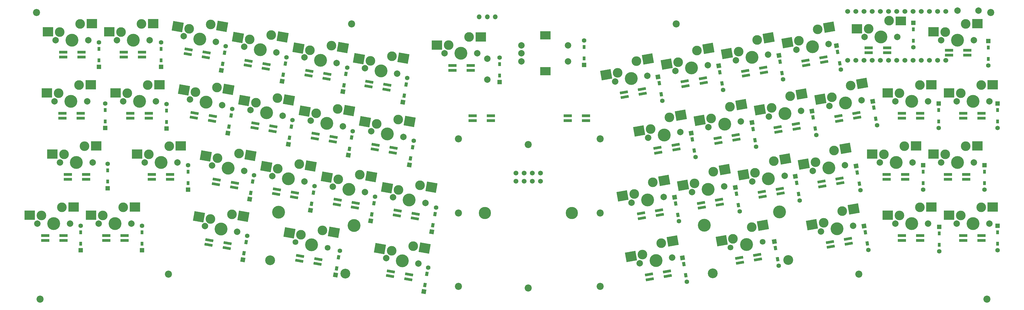
<source format=gbr>
G04 #@! TF.GenerationSoftware,KiCad,Pcbnew,(6.0.0-0)*
G04 #@! TF.CreationDate,2021-12-31T14:24:18+09:00*
G04 #@! TF.ProjectId,aliceball,616c6963-6562-4616-9c6c-2e6b69636164,rev?*
G04 #@! TF.SameCoordinates,Original*
G04 #@! TF.FileFunction,Soldermask,Bot*
G04 #@! TF.FilePolarity,Negative*
%FSLAX46Y46*%
G04 Gerber Fmt 4.6, Leading zero omitted, Abs format (unit mm)*
G04 Created by KiCad (PCBNEW (6.0.0-0)) date 2021-12-31 14:24:18*
%MOMM*%
%LPD*%
G01*
G04 APERTURE LIST*
G04 Aperture macros list*
%AMRotRect*
0 Rectangle, with rotation*
0 The origin of the aperture is its center*
0 $1 length*
0 $2 width*
0 $3 Rotation angle, in degrees counterclockwise*
0 Add horizontal line*
21,1,$1,$2,0,0,$3*%
G04 Aperture macros list end*
%ADD10R,2.500000X0.820000*%
%ADD11RotRect,2.500000X0.820000X170.000000*%
%ADD12RotRect,2.500000X0.820000X190.000000*%
%ADD13C,3.000000*%
%ADD14C,2.000000*%
%ADD15C,4.000000*%
%ADD16R,3.300000X3.000000*%
%ADD17C,1.800000*%
%ADD18C,3.050000*%
%ADD19RotRect,3.300000X3.000000X170.000000*%
%ADD20R,3.200000X2.500000*%
%ADD21O,1.500000X1.500000*%
%ADD22C,2.200000*%
%ADD23R,0.950000X1.300000*%
%ADD24R,1.397000X1.397000*%
%ADD25C,1.397000*%
%ADD26RotRect,1.300000X0.950000X280.000000*%
%ADD27RotRect,1.397000X1.397000X280.000000*%
%ADD28RotRect,1.300000X0.950000X80.000000*%
%ADD29RotRect,1.397000X1.397000X80.000000*%
%ADD30RotRect,3.300000X3.000000X190.000000*%
%ADD31C,3.810000*%
%ADD32C,1.500000*%
%ADD33R,3.300000X2.800000*%
%ADD34C,1.524000*%
G04 APERTURE END LIST*
D10*
X31554500Y-35230500D03*
X37254500Y-35230500D03*
X37254500Y-33730500D03*
X31554500Y-33730500D03*
D11*
X104886061Y-98732208D03*
X110499466Y-99722003D03*
X110759939Y-98244792D03*
X105146534Y-97254997D03*
D12*
X216398534Y-65051003D03*
X222011939Y-64061208D03*
X221751466Y-62583997D03*
X216138061Y-63573792D03*
D10*
X32964000Y-73330500D03*
X38664000Y-73330500D03*
X38664000Y-71830500D03*
X32964000Y-71830500D03*
D12*
X243640034Y-41048003D03*
X249253439Y-40058208D03*
X248992966Y-38580997D03*
X243379561Y-39570792D03*
X211255034Y-85434503D03*
X216868439Y-84444708D03*
X216607966Y-82967497D03*
X210994561Y-83957292D03*
D10*
X59062500Y-73330500D03*
X64762500Y-73330500D03*
X64762500Y-71830500D03*
X59062500Y-71830500D03*
D11*
X76692061Y-93779208D03*
X82305466Y-94769003D03*
X82565939Y-93291792D03*
X76952534Y-92301997D03*
D12*
X248783534Y-78767003D03*
X254396939Y-77777208D03*
X254136466Y-76299997D03*
X248523061Y-77289792D03*
D11*
X109648561Y-60632208D03*
X115261966Y-61622003D03*
X115522439Y-60144792D03*
X109909034Y-59154997D03*
X133080061Y-103494708D03*
X138693466Y-104484503D03*
X138953939Y-103007292D03*
X133340534Y-102017497D03*
D10*
X158694000Y-55042500D03*
X164394000Y-55042500D03*
X164394000Y-53542500D03*
X158694000Y-53542500D03*
D12*
X262309034Y-37809503D03*
X267922439Y-36819708D03*
X267661966Y-35342497D03*
X262048561Y-36332292D03*
D11*
X116506561Y-81206208D03*
X122119966Y-82196003D03*
X122380439Y-80718792D03*
X116767034Y-79728997D03*
D12*
X269929034Y-94388003D03*
X275542439Y-93398208D03*
X275281966Y-91920997D03*
X269668561Y-92910792D03*
D10*
X311094000Y-54280500D03*
X316794000Y-54280500D03*
X316794000Y-52780500D03*
X311094000Y-52780500D03*
X281757000Y-33897000D03*
X287457000Y-33897000D03*
X287457000Y-32397000D03*
X281757000Y-32397000D03*
X311094000Y-92380500D03*
X316794000Y-92380500D03*
X316794000Y-90880500D03*
X311094000Y-90880500D03*
D11*
X135135980Y-84595458D03*
X140749385Y-85585253D03*
X141009858Y-84108042D03*
X135396453Y-83118247D03*
D10*
X31249500Y-54280500D03*
X36949500Y-54280500D03*
X36949500Y-52780500D03*
X31249500Y-52780500D03*
X287357500Y-73330500D03*
X293057500Y-73330500D03*
X293057500Y-71830500D03*
X287357500Y-71830500D03*
X52395000Y-54280500D03*
X58095000Y-54280500D03*
X58095000Y-52780500D03*
X52395000Y-52780500D03*
D11*
X97647061Y-77967708D03*
X103260466Y-78957503D03*
X103520939Y-77480292D03*
X97907534Y-76490497D03*
D12*
X235067534Y-62003003D03*
X240680939Y-61013208D03*
X240420466Y-59535997D03*
X234807061Y-60525792D03*
X253736534Y-58574003D03*
X259349939Y-57584208D03*
X259089466Y-56106997D03*
X253476061Y-57096792D03*
D10*
X188221500Y-55042500D03*
X193921500Y-55042500D03*
X193921500Y-53542500D03*
X188221500Y-53542500D03*
X44889500Y-92380500D03*
X50589500Y-92380500D03*
X50589500Y-90880500D03*
X44889500Y-90880500D03*
X25915500Y-92380500D03*
X31615500Y-92380500D03*
X31615500Y-90880500D03*
X25915500Y-90880500D03*
D12*
X224862506Y-44286503D03*
X230475911Y-43296708D03*
X230215438Y-41819497D03*
X224602033Y-42809292D03*
D11*
X107743561Y-41010708D03*
X113356966Y-42000503D03*
X113617439Y-40523292D03*
X108004034Y-39533497D03*
X128317561Y-64061208D03*
X133930966Y-65051003D03*
X134191439Y-63573792D03*
X128578034Y-62583997D03*
D10*
X292044000Y-54280500D03*
X297744000Y-54280500D03*
X297744000Y-52780500D03*
X292044000Y-52780500D03*
D12*
X241735034Y-99341003D03*
X247348439Y-98351208D03*
X247087966Y-96873997D03*
X241474561Y-97863792D03*
D10*
X152407500Y-39421500D03*
X158107500Y-39421500D03*
X158107500Y-37921500D03*
X152407500Y-37921500D03*
D11*
X88844480Y-37922958D03*
X94457885Y-38912753D03*
X94718358Y-37435542D03*
X89104953Y-36445747D03*
D10*
X292044000Y-92380500D03*
X297744000Y-92380500D03*
X297744000Y-90880500D03*
X292044000Y-90880500D03*
D12*
X272596034Y-55145003D03*
X278209439Y-54155208D03*
X277948966Y-52677997D03*
X272335561Y-53667792D03*
X213731534Y-104484503D03*
X219344939Y-103494708D03*
X219084466Y-102017497D03*
X213471061Y-103007292D03*
D11*
X70215061Y-34343208D03*
X75828466Y-35333003D03*
X76088939Y-33855792D03*
X70475534Y-32865997D03*
D10*
X306712500Y-34659000D03*
X312412500Y-34659000D03*
X312412500Y-33159000D03*
X306712500Y-33159000D03*
X50299500Y-35230500D03*
X55999500Y-35230500D03*
X55999500Y-33730500D03*
X50299500Y-33730500D03*
D12*
X205921034Y-47715503D03*
X211534439Y-46725708D03*
X211273966Y-45248497D03*
X205660561Y-46238292D03*
D11*
X72120061Y-54155208D03*
X77733466Y-55145003D03*
X77993939Y-53667792D03*
X72380534Y-52677997D03*
D12*
X267344006Y-75528503D03*
X272957411Y-74538708D03*
X272696938Y-73061497D03*
X267083533Y-74051292D03*
D11*
X78978061Y-74919708D03*
X84591466Y-75909503D03*
X84851939Y-74432292D03*
X79238534Y-73442497D03*
D10*
X306331500Y-73330500D03*
X312031500Y-73330500D03*
X312031500Y-71830500D03*
X306331500Y-71830500D03*
D11*
X90939980Y-57353958D03*
X96553385Y-58343753D03*
X96813858Y-56866542D03*
X91200453Y-55876747D03*
X126372980Y-44399958D03*
X131986385Y-45389753D03*
X132246858Y-43912542D03*
X126633453Y-42922747D03*
D12*
X229924034Y-82196003D03*
X235537439Y-81206208D03*
X235276966Y-79728997D03*
X229663561Y-80718792D03*
D13*
X57785000Y-43941817D03*
D14*
X50165000Y-49021817D03*
D15*
X55245000Y-49021817D03*
D13*
X51435000Y-46481817D03*
D14*
X60325000Y-49021817D03*
D16*
X47795000Y-46441817D03*
X61395000Y-43901817D03*
D15*
X53340000Y-29971817D03*
D14*
X48260000Y-29971817D03*
X58420000Y-29971817D03*
D13*
X55880000Y-24891817D03*
X49530000Y-27431817D03*
D16*
X45890000Y-27391817D03*
X59490000Y-24851817D03*
D15*
X35623500Y-68071817D03*
D14*
X40703500Y-68071817D03*
D13*
X38163500Y-62991817D03*
D14*
X30543500Y-68071817D03*
D13*
X31813500Y-65531817D03*
D16*
X28173500Y-65491817D03*
X41773500Y-62951817D03*
D15*
X34290000Y-29971817D03*
D13*
X36830000Y-24891817D03*
X30480000Y-27431817D03*
D14*
X29210000Y-29971817D03*
X39370000Y-29971817D03*
D16*
X26840000Y-27391817D03*
X40440000Y-24851817D03*
D14*
X28829000Y-49021817D03*
D13*
X30099000Y-46481817D03*
D14*
X38989000Y-49021817D03*
D15*
X33909000Y-49021817D03*
D13*
X36449000Y-43941817D03*
D16*
X26459000Y-46441817D03*
X40059000Y-43901817D03*
D17*
X113701975Y-94683424D03*
D13*
X105388101Y-90638280D03*
D17*
X103696329Y-92919158D03*
D18*
X95764402Y-98628532D03*
D13*
X112082696Y-89239534D03*
D15*
X98410801Y-83620062D03*
X108699152Y-93801291D03*
X121849225Y-87752888D03*
D18*
X119202827Y-102761359D03*
D19*
X101852641Y-90014883D03*
X115588612Y-89857721D03*
D16*
X53775000Y-82001817D03*
X40175000Y-84541817D03*
D15*
X47625000Y-87121817D03*
D14*
X52705000Y-87121817D03*
D13*
X43815000Y-84581817D03*
X50165000Y-82041817D03*
D14*
X42545000Y-87121817D03*
D16*
X68062500Y-62951817D03*
X54462500Y-65491817D03*
D14*
X66992500Y-68071817D03*
D15*
X61912500Y-68071817D03*
D13*
X58102500Y-65531817D03*
X64452500Y-62991817D03*
D14*
X56832500Y-68071817D03*
X78975769Y-30528625D03*
D13*
X70661895Y-26483481D03*
D15*
X73972946Y-29646492D03*
D14*
X68970123Y-28764359D03*
D13*
X77356490Y-25084735D03*
D19*
X67084141Y-25812009D03*
X80918592Y-25672213D03*
D15*
X28575000Y-87121817D03*
D13*
X24765000Y-84581817D03*
X31115000Y-82041817D03*
D14*
X23495000Y-87121817D03*
X33655000Y-87121817D03*
D16*
X21125000Y-84541817D03*
X34725000Y-82001817D03*
D13*
X89422482Y-29791479D03*
D15*
X92733533Y-32954490D03*
D13*
X96117077Y-28392733D03*
D14*
X87730710Y-32072357D03*
X97736356Y-33836623D03*
D19*
X85844728Y-29120007D03*
X99679179Y-28980211D03*
D14*
X141842855Y-99645420D03*
X131837209Y-97881154D03*
D13*
X140223576Y-94201530D03*
D15*
X136840032Y-98763287D03*
D13*
X133528981Y-95600276D03*
D19*
X129951227Y-94928804D03*
X143785678Y-94789008D03*
D13*
X108183070Y-33099477D03*
D14*
X106491298Y-35380355D03*
X116496944Y-37144621D03*
D13*
X114877665Y-31700731D03*
D15*
X111494121Y-36262488D03*
D19*
X104605316Y-32428005D03*
X118439767Y-32288209D03*
D13*
X133638253Y-35008730D03*
D14*
X125251886Y-38688354D03*
X135257532Y-40452620D03*
D15*
X130254709Y-39570487D03*
D13*
X126943658Y-36407476D03*
D19*
X123365904Y-35736004D03*
X137200355Y-35596208D03*
D14*
X173856000Y-31599500D03*
X173856000Y-36599500D03*
X173856000Y-34099500D03*
D20*
X181356000Y-28499500D03*
X181356000Y-39699500D03*
D14*
X188356000Y-36599500D03*
X188356000Y-31599500D03*
D13*
X310324500Y-84581817D03*
D14*
X309054500Y-87121817D03*
X319214500Y-87121817D03*
D13*
X316674500Y-82041817D03*
D15*
X314134500Y-87121817D03*
D16*
X306684500Y-84541817D03*
X320284500Y-82001817D03*
D15*
X314134500Y-49021817D03*
D14*
X309054500Y-49021817D03*
D13*
X316674500Y-43941817D03*
X310324500Y-46481817D03*
D14*
X319214500Y-49021817D03*
D16*
X306684500Y-46441817D03*
X320284500Y-43901817D03*
D13*
X311912000Y-62991817D03*
X305562000Y-65531817D03*
D14*
X304292000Y-68071817D03*
X314452000Y-68071817D03*
D15*
X309372000Y-68071817D03*
D16*
X301922000Y-65491817D03*
X315522000Y-62951817D03*
D14*
X314452000Y-29971817D03*
D13*
X305562000Y-27431817D03*
X311912000Y-24891817D03*
D15*
X309372000Y-29971817D03*
D14*
X304292000Y-29971817D03*
D16*
X301922000Y-27391817D03*
X315522000Y-24851817D03*
D21*
X163258500Y-22719500D03*
X165758500Y-22719500D03*
X160758500Y-22719500D03*
D22*
X318516000Y-110680500D03*
D23*
X45360000Y-74075000D03*
D24*
X45360000Y-76110000D03*
D23*
X45360000Y-70525000D03*
D25*
X45360000Y-68490000D03*
D23*
X317754000Y-70996000D03*
D24*
X317754000Y-68961000D03*
D25*
X317754000Y-76581000D03*
D23*
X317754000Y-74546000D03*
D26*
X259343274Y-74451966D03*
D27*
X258989900Y-72447882D03*
D26*
X259959726Y-77948034D03*
D25*
X260313100Y-79952118D03*
D24*
X303657000Y-88201500D03*
D23*
X303657000Y-90236500D03*
D25*
X303657000Y-95821500D03*
D23*
X303657000Y-93786500D03*
D22*
X198310500Y-106680000D03*
D28*
X101799774Y-60422034D03*
D29*
X101446400Y-62426118D03*
D25*
X102769600Y-54921882D03*
D28*
X102416226Y-56925966D03*
D14*
X290004500Y-49021817D03*
D13*
X297624500Y-43941817D03*
D15*
X295084500Y-49021817D03*
D13*
X291274500Y-46481817D03*
D14*
X300164500Y-49021817D03*
D16*
X287634500Y-46441817D03*
X301234500Y-43901817D03*
D22*
X23241000Y-21336000D03*
X319659000Y-21336000D03*
D14*
X210649221Y-99541538D03*
D15*
X215652044Y-98659405D03*
D14*
X220654867Y-97777272D03*
D13*
X217271323Y-93215515D03*
X211458860Y-96819593D03*
D30*
X207867214Y-97412280D03*
X220819533Y-92549253D03*
D24*
X167068500Y-43053000D03*
D23*
X167068500Y-41018000D03*
X167068500Y-37468000D03*
D25*
X167068500Y-35433000D03*
D22*
X64198500Y-102870000D03*
D23*
X193357500Y-35684000D03*
D24*
X193357500Y-37719000D03*
D25*
X193357500Y-30099000D03*
D23*
X193357500Y-32134000D03*
D13*
X265183049Y-68002692D03*
D15*
X269376233Y-69842504D03*
D13*
X270995512Y-64398614D03*
D14*
X264373410Y-70724637D03*
X274379056Y-68960371D03*
D30*
X261591403Y-68595379D03*
X274543722Y-63732352D03*
D26*
X245817774Y-57687966D03*
D27*
X245464400Y-55683882D03*
D25*
X246787600Y-63188118D03*
D26*
X246434226Y-61184034D03*
D15*
X264261084Y-32056689D03*
D14*
X259258261Y-32938822D03*
D13*
X265880363Y-26612799D03*
D14*
X269263907Y-31174556D03*
D13*
X260067900Y-30216877D03*
D30*
X256476254Y-30809564D03*
X269428573Y-25946537D03*
D26*
X278202774Y-71213466D03*
D27*
X277849400Y-69209382D03*
D25*
X279172600Y-76713618D03*
D26*
X278819226Y-74709534D03*
D29*
X82704626Y-58963584D03*
D28*
X83058000Y-56959500D03*
X83674452Y-53463432D03*
D25*
X84027826Y-51459348D03*
D26*
X283346274Y-51020466D03*
D27*
X282992900Y-49016382D03*
D25*
X284316100Y-56520618D03*
D26*
X283962726Y-54516534D03*
D29*
X80681900Y-39375618D03*
D28*
X81035274Y-37371534D03*
D25*
X82005100Y-31871382D03*
D28*
X81651726Y-33875466D03*
D29*
X137069900Y-49281618D03*
D28*
X137423274Y-47277534D03*
X138039726Y-43781466D03*
D25*
X138393100Y-41777382D03*
D23*
X70294500Y-74546000D03*
D24*
X70294500Y-76581000D03*
D25*
X70294500Y-68961000D03*
D23*
X70294500Y-70996000D03*
D22*
X221932500Y-24955500D03*
D24*
X61912500Y-38290500D03*
D23*
X61912500Y-36255500D03*
D25*
X61912500Y-30670500D03*
D23*
X61912500Y-32705500D03*
D31*
X162522000Y-83888000D03*
X189522000Y-83888000D03*
D32*
X172212000Y-73918500D03*
X172212000Y-71378500D03*
X174752000Y-73918500D03*
X174752000Y-71378500D03*
X177292000Y-73918500D03*
X177292000Y-71378500D03*
X179832000Y-73918500D03*
X179832000Y-71378500D03*
D13*
X79301456Y-44771563D03*
X72606861Y-46170309D03*
D14*
X70915089Y-48451187D03*
D15*
X75917912Y-49333320D03*
D14*
X80920735Y-50215453D03*
D19*
X69029107Y-45498837D03*
X82863558Y-45359041D03*
D14*
X280479500Y-29019317D03*
D13*
X281749500Y-26479317D03*
D15*
X285559500Y-29019317D03*
D14*
X290639500Y-29019317D03*
D13*
X288099500Y-23939317D03*
D16*
X278109500Y-26439317D03*
D33*
X291709500Y-23999317D03*
D28*
X146376774Y-87663534D03*
D29*
X146023400Y-89667618D03*
D25*
X147346600Y-82163382D03*
D28*
X146993226Y-84167466D03*
D15*
X120261807Y-76496223D03*
D13*
X123645351Y-71934466D03*
D14*
X115258984Y-75614090D03*
X125264630Y-77378356D03*
D13*
X116950756Y-73333212D03*
D19*
X113373002Y-72661740D03*
X127207453Y-72521944D03*
D23*
X44577000Y-55305500D03*
D24*
X44577000Y-57340500D03*
D23*
X44577000Y-51755500D03*
D25*
X44577000Y-49720500D03*
D14*
X309360500Y-20764500D03*
X315860500Y-20764500D03*
D22*
X198310500Y-60769500D03*
D13*
X252234924Y-67706612D03*
D14*
X255618468Y-72268369D03*
D15*
X250615645Y-73150502D03*
D14*
X245612822Y-74032635D03*
D13*
X246422461Y-71310690D03*
D30*
X242830815Y-71903377D03*
X255783134Y-67040350D03*
D13*
X77247219Y-85676283D03*
D15*
X80558270Y-88839294D03*
D13*
X83941814Y-84277537D03*
D14*
X75555447Y-87957161D03*
X85561093Y-89721427D03*
D19*
X73669465Y-85004811D03*
X87503916Y-84865015D03*
D29*
X87349400Y-98430618D03*
D28*
X87702774Y-96426534D03*
D25*
X88672600Y-90926382D03*
D28*
X88319226Y-92930466D03*
D13*
X228359188Y-33228794D03*
X222546725Y-36832872D03*
D14*
X221737086Y-39554817D03*
X231742732Y-37790551D03*
D15*
X226739909Y-38672684D03*
D30*
X218955079Y-37425559D03*
X231907398Y-32562532D03*
D27*
X223937900Y-97784382D03*
D26*
X224291274Y-99788466D03*
D25*
X225261100Y-105288618D03*
D26*
X224907726Y-103284534D03*
D24*
X298704000Y-68961000D03*
D23*
X298704000Y-70996000D03*
X298704000Y-74546000D03*
D25*
X298704000Y-76581000D03*
D29*
X139092626Y-68869584D03*
D28*
X139446000Y-66865500D03*
D25*
X140415826Y-61365348D03*
D28*
X140062452Y-63369432D03*
D22*
X24384000Y-110680500D03*
D24*
X42672000Y-38290500D03*
D23*
X42672000Y-36255500D03*
D25*
X42672000Y-30670500D03*
D23*
X42672000Y-32705500D03*
D27*
X271753400Y-31680882D03*
D26*
X272106774Y-33684966D03*
D25*
X273076600Y-39185118D03*
D26*
X272723226Y-37181034D03*
D13*
X238608603Y-50765423D03*
D14*
X241992147Y-55327180D03*
D15*
X236989324Y-56209313D03*
D14*
X231986501Y-57091446D03*
D13*
X232796140Y-54369501D03*
D30*
X229204494Y-54962188D03*
X242156813Y-50099161D03*
D26*
X252817115Y-94787307D03*
D27*
X252463741Y-92783223D03*
D26*
X253433567Y-98283375D03*
D25*
X253786941Y-100287459D03*
D26*
X254199774Y-36732966D03*
D27*
X253846400Y-34728882D03*
D26*
X254816226Y-40229034D03*
D25*
X255169600Y-42233118D03*
D13*
X270317316Y-47753505D03*
D14*
X279513323Y-48711184D03*
D13*
X276129779Y-44149427D03*
D15*
X274510500Y-49593317D03*
D14*
X269507677Y-50475450D03*
D30*
X266725670Y-48346192D03*
X279677989Y-43483165D03*
D14*
X260752735Y-52019182D03*
D13*
X257369191Y-47457425D03*
X251556728Y-51061503D03*
D15*
X255749912Y-52901315D03*
D14*
X250747089Y-53783448D03*
D30*
X247965082Y-51654190D03*
X260917401Y-46791163D03*
D23*
X303466500Y-51755500D03*
D24*
X303466500Y-49720500D03*
D25*
X303466500Y-57340500D03*
D23*
X303466500Y-55305500D03*
D14*
X276936630Y-87853279D03*
D13*
X267740623Y-86895600D03*
X273553086Y-83291522D03*
D14*
X266930984Y-89617545D03*
D15*
X271933807Y-88735412D03*
D30*
X264148977Y-87488287D03*
X277101296Y-82625260D03*
D13*
X214713749Y-74322607D03*
D14*
X218097293Y-78884364D03*
D13*
X208901286Y-77926685D03*
D15*
X213094470Y-79766497D03*
D14*
X208091647Y-80648630D03*
D30*
X205309640Y-78519372D03*
X218261959Y-73656345D03*
D15*
X132199675Y-59257313D03*
D13*
X128888624Y-56094302D03*
X135583219Y-54695556D03*
D14*
X127196852Y-58375180D03*
X137202498Y-60139446D03*
D19*
X125310870Y-55422830D03*
X139145321Y-55283034D03*
D15*
X113439087Y-55949315D03*
D13*
X116822631Y-51387558D03*
D14*
X118441910Y-56831448D03*
X108436264Y-55067182D03*
D13*
X110128036Y-52786304D03*
D19*
X106550282Y-52114832D03*
X120384733Y-51975036D03*
D28*
X143900274Y-106332534D03*
D29*
X143546900Y-108336618D03*
D28*
X144516726Y-102836466D03*
D25*
X144870100Y-100832382D03*
D24*
X36957000Y-95440500D03*
D23*
X36957000Y-93405500D03*
D25*
X36957000Y-87820500D03*
D23*
X36957000Y-89855500D03*
X63627000Y-55496000D03*
D24*
X63627000Y-57531000D03*
D25*
X63627000Y-49911000D03*
D23*
X63627000Y-51946000D03*
X318897000Y-32324500D03*
D24*
X318897000Y-30289500D03*
D25*
X318897000Y-37909500D03*
D23*
X318897000Y-35874500D03*
D13*
X286512000Y-65531817D03*
D15*
X290322000Y-68071817D03*
D13*
X292862000Y-62991817D03*
D14*
X285242000Y-68071817D03*
X295402000Y-68071817D03*
D16*
X282872000Y-65491817D03*
X296472000Y-62951817D03*
D27*
X216317900Y-41396382D03*
D26*
X216671274Y-43400466D03*
D25*
X217641100Y-48900618D03*
D26*
X217287726Y-46896534D03*
D14*
X96498396Y-72306092D03*
X106504042Y-74070358D03*
D13*
X104884763Y-68626468D03*
D15*
X101501219Y-73188225D03*
D13*
X98190168Y-70025214D03*
D19*
X94612414Y-69353742D03*
X108446865Y-69213946D03*
D23*
X56007000Y-93405500D03*
D24*
X56007000Y-95440500D03*
D25*
X56007000Y-87820500D03*
D23*
X56007000Y-89855500D03*
D28*
X120468774Y-63851034D03*
D29*
X120115400Y-65855118D03*
D25*
X121438600Y-58350882D03*
D28*
X121085226Y-60354966D03*
D13*
X142405939Y-75242462D03*
D15*
X139022395Y-79804219D03*
D14*
X144025218Y-80686352D03*
D13*
X135711344Y-76641208D03*
D14*
X134019572Y-78922086D03*
D19*
X132133590Y-75969736D03*
X145968041Y-75829940D03*
D22*
X278701500Y-102870000D03*
D24*
X321754500Y-49720500D03*
D23*
X321754500Y-51755500D03*
X321754500Y-55305500D03*
D25*
X321754500Y-57340500D03*
D29*
X89444900Y-79571118D03*
D28*
X89798274Y-77567034D03*
X90414726Y-74070966D03*
D25*
X90768100Y-72066882D03*
D14*
X163258500Y-42302500D03*
X163258500Y-35802500D03*
D29*
X108304400Y-83000118D03*
D28*
X108657774Y-80996034D03*
D25*
X109627600Y-75495882D03*
D28*
X109274226Y-77499966D03*
D22*
X176022000Y-62484000D03*
X198310500Y-83820000D03*
D23*
X321754500Y-89855500D03*
D24*
X321754500Y-87820500D03*
D23*
X321754500Y-93405500D03*
D25*
X321754500Y-95440500D03*
D29*
X99541400Y-42804618D03*
D28*
X99894774Y-40800534D03*
X100511226Y-37304466D03*
D25*
X100864600Y-35300382D03*
D15*
X207979321Y-41980682D03*
D14*
X212982144Y-41098549D03*
D13*
X209598600Y-36536792D03*
D14*
X202976498Y-42862815D03*
D13*
X203786137Y-40140870D03*
D30*
X200194491Y-40733557D03*
X213146810Y-35870530D03*
D34*
X277749000Y-36231400D03*
X280289000Y-36231400D03*
X282829000Y-36231400D03*
X285369000Y-36231400D03*
X287909000Y-36231400D03*
X290449000Y-36231400D03*
X292989000Y-36231400D03*
X295529000Y-36231400D03*
X298069000Y-36231400D03*
X300609000Y-36231400D03*
X303149000Y-36231400D03*
X305689000Y-36231400D03*
X305689000Y-21011400D03*
X303149000Y-21011400D03*
X300609000Y-21011400D03*
X298069000Y-21011400D03*
X295529000Y-21011400D03*
X292989000Y-21011400D03*
X290449000Y-21011400D03*
X287909000Y-21011400D03*
X285369000Y-21011400D03*
X282829000Y-21011400D03*
X280289000Y-21011400D03*
X277749000Y-21011400D03*
X275209000Y-21011400D03*
X275209000Y-36231400D03*
D14*
X99681323Y-53523450D03*
D15*
X94678500Y-52641317D03*
D14*
X89675677Y-51759184D03*
D13*
X91367449Y-49478306D03*
X98062044Y-48079560D03*
D19*
X87789695Y-48806834D03*
X101624146Y-48667038D03*
D14*
X250503320Y-34482554D03*
D13*
X247119776Y-29920797D03*
D14*
X240497674Y-36246820D03*
D13*
X241307313Y-33524875D03*
D15*
X245500497Y-35364687D03*
D30*
X237715667Y-34117562D03*
X250667986Y-29254535D03*
D15*
X254081277Y-83516179D03*
D18*
X233289251Y-102657476D03*
D13*
X239599742Y-91857596D03*
D17*
X238790103Y-94579541D03*
X248795749Y-92815275D03*
D15*
X243792926Y-93697408D03*
D13*
X245412205Y-88253518D03*
D18*
X256727676Y-98524649D03*
D15*
X230642853Y-87649005D03*
D30*
X236064282Y-92480993D03*
X248918121Y-87635331D03*
D28*
X116467115Y-101162694D03*
D29*
X116113741Y-103166778D03*
D28*
X117083567Y-97666626D03*
D25*
X117436941Y-95662542D03*
D27*
X240320900Y-75876882D03*
D26*
X240674274Y-77880966D03*
D25*
X241644100Y-83381118D03*
D26*
X241290726Y-81377034D03*
X264486774Y-54068466D03*
D27*
X264133400Y-52064382D03*
D26*
X265103226Y-57564534D03*
D25*
X265456600Y-59568618D03*
D26*
X280679274Y-89882466D03*
D27*
X280325900Y-87878382D03*
D26*
X281295726Y-93378534D03*
D25*
X281649100Y-95382618D03*
D27*
X226604900Y-58922382D03*
D26*
X226958274Y-60926466D03*
D25*
X227928100Y-66426618D03*
D26*
X227574726Y-64422534D03*
D13*
X291274500Y-84581817D03*
X297624500Y-82041817D03*
D14*
X300164500Y-87121817D03*
D15*
X295084500Y-87121817D03*
D14*
X290004500Y-87121817D03*
D16*
X287634500Y-84541817D03*
X301234500Y-82001817D03*
D29*
X127063500Y-86296500D03*
D28*
X127416874Y-84292416D03*
X128033326Y-80796348D03*
D25*
X128386700Y-78792264D03*
D22*
X154305000Y-106680000D03*
D14*
X236857881Y-75576367D03*
D15*
X231855058Y-76458500D03*
D13*
X227661874Y-74618688D03*
D14*
X226852235Y-77340633D03*
D13*
X233474337Y-71014610D03*
D30*
X224070228Y-75211375D03*
X237022547Y-70348348D03*
D22*
X154305000Y-83820000D03*
D24*
X295656000Y-24574500D03*
D23*
X295656000Y-26609500D03*
D25*
X295656000Y-32194500D03*
D23*
X295656000Y-30159500D03*
D22*
X176022000Y-107251500D03*
D14*
X87743455Y-70762359D03*
X77737809Y-68998093D03*
D13*
X86124176Y-65318469D03*
X79429581Y-66717215D03*
D15*
X82740632Y-69880226D03*
D19*
X75851827Y-66045743D03*
X89686278Y-65905947D03*
D13*
X157607000Y-29019500D03*
D14*
X160147000Y-34099500D03*
X149987000Y-34099500D03*
D15*
X155067000Y-34099500D03*
D13*
X151257000Y-31559500D03*
D16*
X147617000Y-31519500D03*
X161217000Y-28979500D03*
D22*
X121158000Y-24955500D03*
D13*
X219848016Y-54073421D03*
X214035553Y-57677499D03*
D14*
X213225914Y-60399444D03*
X223231560Y-58635178D03*
D15*
X218228737Y-59517311D03*
D30*
X210443907Y-58270186D03*
X223396226Y-53407159D03*
D29*
X118400900Y-46043118D03*
D28*
X118754274Y-44039034D03*
D25*
X119724100Y-38538882D03*
D28*
X119370726Y-40542966D03*
D27*
X235177400Y-37967382D03*
D26*
X235530774Y-39971466D03*
X236147226Y-43467534D03*
D25*
X236500600Y-45471618D03*
D22*
X154305000Y-60769500D03*
D26*
X221814774Y-80928966D03*
D27*
X221461400Y-78924882D03*
D26*
X222431226Y-84425034D03*
D25*
X222784600Y-86429118D03*
M02*

</source>
